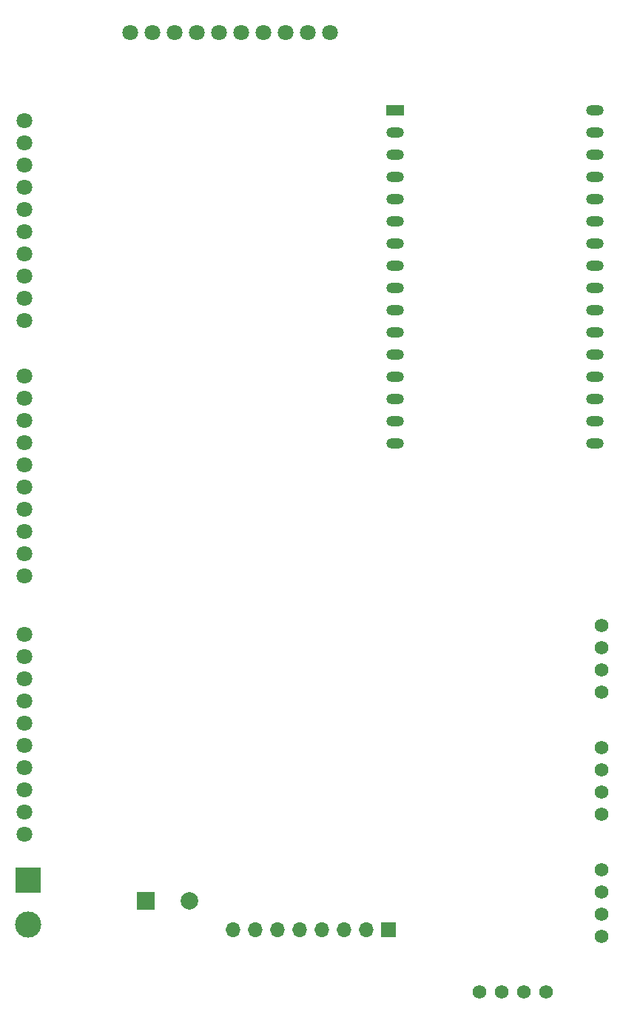
<source format=gbr>
%TF.GenerationSoftware,KiCad,Pcbnew,(7.0.0)*%
%TF.CreationDate,2024-01-24T13:48:02-03:00*%
%TF.ProjectId,Ducha,44756368-612e-46b6-9963-61645f706362,rev?*%
%TF.SameCoordinates,Original*%
%TF.FileFunction,Soldermask,Bot*%
%TF.FilePolarity,Negative*%
%FSLAX46Y46*%
G04 Gerber Fmt 4.6, Leading zero omitted, Abs format (unit mm)*
G04 Created by KiCad (PCBNEW (7.0.0)) date 2024-01-24 13:48:02*
%MOMM*%
%LPD*%
G01*
G04 APERTURE LIST*
%ADD10C,1.803400*%
%ADD11C,1.574800*%
%ADD12R,2.000000X2.000000*%
%ADD13C,2.000000*%
%ADD14R,1.700000X1.700000*%
%ADD15O,1.700000X1.700000*%
%ADD16R,2.000000X1.200000*%
%ADD17O,2.000000X1.200000*%
%ADD18R,3.000000X3.000000*%
%ADD19C,3.000000*%
G04 APERTURE END LIST*
D10*
%TO.C,J10*%
X54610000Y-115316000D03*
X54610000Y-117856000D03*
X54610000Y-120396000D03*
X54610000Y-122936000D03*
X54610000Y-125476000D03*
X54610000Y-128016000D03*
X54610000Y-130556000D03*
X54610000Y-133096000D03*
X54610000Y-135636000D03*
X54610000Y-138176000D03*
%TD*%
D11*
%TO.C,J4*%
X120650000Y-114300000D03*
X120650000Y-116840000D03*
X120650000Y-119380000D03*
X120650000Y-121920000D03*
%TD*%
%TO.C,J5*%
X120650000Y-128270000D03*
X120650000Y-130810000D03*
X120650000Y-133350000D03*
X120650000Y-135890000D03*
%TD*%
D12*
%TO.C,C14*%
X68498322Y-145795999D03*
D13*
X73498323Y-145796000D03*
%TD*%
D14*
%TO.C,J3*%
X96265999Y-149097999D03*
D15*
X93725999Y-149097999D03*
X91185999Y-149097999D03*
X88645999Y-149097999D03*
X86105999Y-149097999D03*
X83565999Y-149097999D03*
X81025999Y-149097999D03*
X78485999Y-149097999D03*
%TD*%
D10*
%TO.C,J1*%
X66675000Y-46482000D03*
X69215000Y-46482000D03*
X71755000Y-46482000D03*
X74295000Y-46482000D03*
X76835000Y-46482000D03*
X79375000Y-46482000D03*
X81915000Y-46482000D03*
X84455000Y-46482000D03*
X86995000Y-46482000D03*
X89535000Y-46482000D03*
%TD*%
%TO.C,J7*%
X54610000Y-56540400D03*
X54610000Y-59080400D03*
X54610000Y-61620400D03*
X54610000Y-64160400D03*
X54610000Y-66700400D03*
X54610000Y-69240400D03*
X54610000Y-71780400D03*
X54610000Y-74320400D03*
X54610000Y-76860400D03*
X54610000Y-79400400D03*
%TD*%
D16*
%TO.C,U1*%
X97027999Y-55371999D03*
D17*
X97027999Y-57911999D03*
X97027999Y-60451999D03*
X97027999Y-62991999D03*
X97027999Y-65531999D03*
X97027999Y-68071999D03*
X97027999Y-70611999D03*
X97027999Y-73151999D03*
X97027999Y-75691999D03*
X97027999Y-78231999D03*
X97027999Y-80771999D03*
X97027999Y-83311999D03*
X97027999Y-85851999D03*
X97027999Y-88391999D03*
X97027999Y-90931999D03*
X97027999Y-93471999D03*
X119887999Y-93471999D03*
X119887999Y-90931999D03*
X119887999Y-88391999D03*
X119887999Y-85851999D03*
X119887999Y-83311999D03*
X119887999Y-80771999D03*
X119887999Y-78231999D03*
X119887999Y-75691999D03*
X119887999Y-73151999D03*
X119887999Y-70611999D03*
X119887999Y-68071999D03*
X119887999Y-65531999D03*
X119887999Y-62991999D03*
X119887999Y-60451999D03*
X119887999Y-57911999D03*
X119887999Y-55371999D03*
%TD*%
D18*
%TO.C,J9*%
X54999999Y-143459999D03*
D19*
X55000000Y-148540000D03*
%TD*%
D11*
%TO.C,J8*%
X120650000Y-142240000D03*
X120650000Y-144780000D03*
X120650000Y-147320000D03*
X120650000Y-149860000D03*
%TD*%
%TO.C,J6*%
X114300000Y-156210000D03*
X111760000Y-156210000D03*
X109220000Y-156210000D03*
X106680000Y-156210000D03*
%TD*%
D10*
%TO.C,J2*%
X54610000Y-85750400D03*
X54610000Y-88290400D03*
X54610000Y-90830400D03*
X54610000Y-93370400D03*
X54610000Y-95910400D03*
X54610000Y-98450400D03*
X54610000Y-100990400D03*
X54610000Y-103530400D03*
X54610000Y-106070400D03*
X54610000Y-108610400D03*
%TD*%
M02*

</source>
